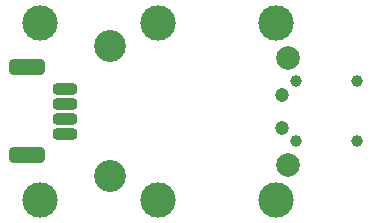
<source format=gbr>
%TF.GenerationSoftware,KiCad,Pcbnew,6.0.2+dfsg-1~bpo11+1*%
%TF.CreationDate,2022-03-18T19:48:37+00:00*%
%TF.ProjectId,TFHT01B,54464854-3031-4422-9e6b-696361645f70,rev?*%
%TF.SameCoordinates,Original*%
%TF.FileFunction,Soldermask,Top*%
%TF.FilePolarity,Negative*%
%FSLAX46Y46*%
G04 Gerber Fmt 4.6, Leading zero omitted, Abs format (unit mm)*
G04 Created by KiCad (PCBNEW 6.0.2+dfsg-1~bpo11+1) date 2022-03-18 19:48:37*
%MOMM*%
%LPD*%
G01*
G04 APERTURE LIST*
G04 Aperture macros list*
%AMRoundRect*
0 Rectangle with rounded corners*
0 $1 Rounding radius*
0 $2 $3 $4 $5 $6 $7 $8 $9 X,Y pos of 4 corners*
0 Add a 4 corners polygon primitive as box body*
4,1,4,$2,$3,$4,$5,$6,$7,$8,$9,$2,$3,0*
0 Add four circle primitives for the rounded corners*
1,1,$1+$1,$2,$3*
1,1,$1+$1,$4,$5*
1,1,$1+$1,$6,$7*
1,1,$1+$1,$8,$9*
0 Add four rect primitives between the rounded corners*
20,1,$1+$1,$2,$3,$4,$5,0*
20,1,$1+$1,$4,$5,$6,$7,0*
20,1,$1+$1,$6,$7,$8,$9,0*
20,1,$1+$1,$8,$9,$2,$3,0*%
G04 Aperture macros list end*
%ADD10C,2.000000*%
%ADD11C,3.000000*%
%ADD12RoundRect,0.350000X-0.700000X0.150000X-0.700000X-0.150000X0.700000X-0.150000X0.700000X0.150000X0*%
%ADD13RoundRect,0.450000X-1.100000X0.250000X-1.100000X-0.250000X1.100000X-0.250000X1.100000X0.250000X0*%
%ADD14C,1.200000*%
%ADD15C,2.700000*%
%ADD16C,1.000000*%
G04 APERTURE END LIST*
D10*
%TO.C,REF\u002A\u002A*%
X23500000Y12000000D03*
%TD*%
D11*
%TO.C,M4*%
X12500000Y15000000D03*
%TD*%
D12*
%TO.C,J2*%
X4650000Y9375000D03*
X4650000Y8125000D03*
X4650000Y6875000D03*
X4650000Y5625000D03*
D13*
X1450000Y11225000D03*
X1450000Y3775000D03*
%TD*%
D11*
%TO.C,M2*%
X12500000Y0D03*
%TD*%
D14*
%TO.C,REF\u002A\u002A*%
X23000000Y6133334D03*
%TD*%
%TO.C,REF\u002A\u002A*%
X23000000Y8866667D03*
%TD*%
D10*
%TO.C,REF\u002A\u002A*%
X23500000Y3000000D03*
%TD*%
D11*
%TO.C,M6*%
X2500000Y15000000D03*
%TD*%
%TO.C,M5*%
X22500000Y0D03*
%TD*%
%TO.C,M1*%
X22500000Y15000000D03*
%TD*%
%TO.C,M3*%
X2500000Y0D03*
%TD*%
D15*
%TO.C,D2*%
X8500000Y13000000D03*
%TD*%
%TO.C,D3*%
X8500000Y2000000D03*
%TD*%
D16*
%TO.C,M7*%
X24250000Y4950000D03*
X29350000Y4950000D03*
X29350000Y10050000D03*
X24250000Y10050000D03*
%TD*%
M02*

</source>
